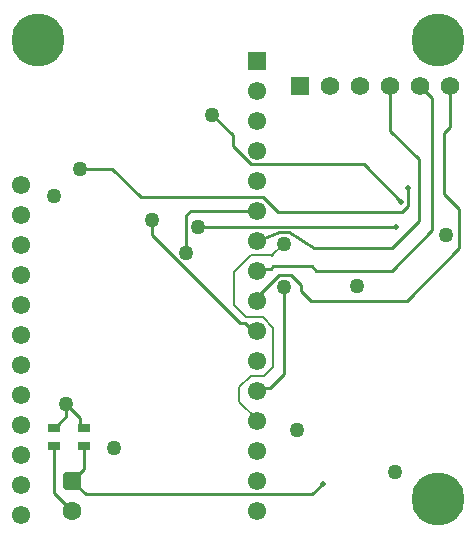
<source format=gtl>
G04*
G04 #@! TF.GenerationSoftware,Altium Limited,Altium Designer,24.2.2 (26)*
G04*
G04 Layer_Physical_Order=1*
G04 Layer_Color=255*
%FSLAX25Y25*%
%MOIN*%
G70*
G04*
G04 #@! TF.SameCoordinates,53DEB4DB-F542-4CE3-904C-AAE6CCE40F42*
G04*
G04*
G04 #@! TF.FilePolarity,Positive*
G04*
G01*
G75*
%ADD11C,0.00787*%
%ADD17R,0.06181X0.06181*%
%ADD18C,0.06181*%
%ADD24C,0.01000*%
%ADD25R,0.03937X0.03150*%
%ADD26C,0.06299*%
G04:AMPARAMS|DCode=27|XSize=62.99mil|YSize=62.99mil|CornerRadius=15.75mil|HoleSize=0mil|Usage=FLASHONLY|Rotation=270.000|XOffset=0mil|YOffset=0mil|HoleType=Round|Shape=RoundedRectangle|*
%AMROUNDEDRECTD27*
21,1,0.06299,0.03150,0,0,270.0*
21,1,0.03150,0.06299,0,0,270.0*
1,1,0.03150,-0.01575,-0.01575*
1,1,0.03150,-0.01575,0.01575*
1,1,0.03150,0.01575,0.01575*
1,1,0.03150,0.01575,-0.01575*
%
%ADD27ROUNDEDRECTD27*%
%ADD28C,0.06102*%
%ADD29R,0.06102X0.06102*%
%ADD30C,0.05000*%
%ADD31C,0.17717*%
%ADD32C,0.01968*%
D11*
X79500Y52000D02*
X85000Y46500D01*
Y46000D02*
Y46500D01*
X79461Y52000D02*
X79500D01*
X79000Y52461D02*
X79461Y52000D01*
X79000Y52461D02*
Y57039D01*
X82961Y61000D01*
X87500D01*
X90500Y64000D01*
X86936Y80500D02*
X90500Y76936D01*
Y64000D02*
Y76936D01*
X81500Y80500D02*
X86936D01*
X77500Y84500D02*
X81500Y80500D01*
X77500Y84500D02*
Y95500D01*
X83060Y101060D01*
X89646D01*
X90060Y101060D02*
X94000Y104949D01*
D17*
X99500Y157500D02*
D03*
D18*
X109500D02*
D03*
X119500D02*
D03*
X129500D02*
D03*
X139500D02*
D03*
X149500D02*
D03*
D24*
X85681Y110500D02*
X84319D01*
X85551Y96551D02*
X89551D01*
X85000Y96000D02*
X85551Y96551D01*
X89551D02*
X90500Y97500D01*
X103250D01*
X104750Y96000D01*
X92343Y94500D02*
X96500D01*
X99750Y91250D01*
X85976Y56976D02*
X89476D01*
X85000Y56000D02*
X85976Y56976D01*
X89476D02*
X94000Y61500D01*
Y90500D01*
X85000Y86000D02*
Y87157D01*
X92343Y94500D01*
X99750Y89250D02*
Y91250D01*
Y89250D02*
X103000Y86000D01*
X135000D01*
X104750Y96000D02*
X130000D01*
X143500Y109500D01*
X81119Y78500D02*
X83619Y76000D01*
X85000D01*
X79343Y78500D02*
X81119D01*
X50000Y107843D02*
X79343Y78500D01*
X85681Y110500D02*
X131500D01*
X65500D02*
X84319D01*
X103914Y103500D02*
X130000D01*
X89646Y101060D02*
X90060Y101060D01*
X85000Y106000D02*
X92343Y108949D01*
X95657D02*
X103914Y103500D01*
X92343Y108949D02*
X95657D01*
X139500Y157500D02*
X143500Y153500D01*
Y109500D02*
Y153500D01*
X149500Y143781D02*
Y157500D01*
X70000Y148000D02*
X76940Y141060D01*
Y137624D02*
Y141060D01*
Y137624D02*
X83115Y131449D01*
X120551D01*
X23500Y26000D02*
X28000Y21500D01*
X74500D01*
X74551Y21449D01*
X103449D01*
X107000Y25000D01*
X61500Y102000D02*
Y114500D01*
X50000Y107843D02*
Y113000D01*
X63000Y116000D02*
X85000D01*
X46287Y120551D02*
X86885D01*
X61500Y114500D02*
X63000Y116000D01*
X86885Y120551D02*
X91936Y115500D01*
X17500Y43453D02*
X17894D01*
X18969Y44528D02*
Y44921D01*
X21500Y47453D01*
Y51500D02*
X26032Y46968D01*
X21500Y47453D02*
Y51500D01*
X17894Y43453D02*
X18969Y44528D01*
X27106Y43453D02*
X27500D01*
X26032Y44528D02*
Y46968D01*
Y44528D02*
X27106Y43453D01*
X133500Y115500D02*
X135500Y117500D01*
X152500Y103500D02*
Y116500D01*
X147500Y121500D02*
X152500Y116500D01*
X135000Y86000D02*
X152500Y103500D01*
X130000D02*
X139000Y112500D01*
X147500Y141781D02*
X149500Y143781D01*
X129500Y142549D02*
X139000Y133049D01*
X147500Y121500D02*
Y141781D01*
X129500Y142549D02*
Y157500D01*
X91936Y115500D02*
X133500D01*
X26000Y130000D02*
X36838D01*
X17500Y22000D02*
Y37547D01*
X139000Y112500D02*
Y133049D01*
X135500Y117500D02*
Y123500D01*
X120551Y131449D02*
X133000Y119000D01*
X17500Y22000D02*
X23500Y16000D01*
X36838Y130000D02*
X46287Y120551D01*
X23500Y26000D02*
X27500Y30000D01*
Y37547D01*
D25*
X17500Y43453D02*
D03*
Y37547D02*
D03*
X27500Y43453D02*
D03*
Y37547D02*
D03*
D26*
X23500Y16000D02*
D03*
D27*
Y26000D02*
D03*
D28*
X85000D02*
D03*
Y36000D02*
D03*
Y46000D02*
D03*
Y56000D02*
D03*
Y66000D02*
D03*
Y76000D02*
D03*
Y86000D02*
D03*
Y96000D02*
D03*
Y106000D02*
D03*
Y116000D02*
D03*
Y126000D02*
D03*
Y146000D02*
D03*
X6500Y124500D02*
D03*
Y114500D02*
D03*
Y104500D02*
D03*
Y94500D02*
D03*
Y84500D02*
D03*
Y74500D02*
D03*
Y64500D02*
D03*
Y54500D02*
D03*
Y44500D02*
D03*
Y34500D02*
D03*
Y24500D02*
D03*
Y14500D02*
D03*
X85000Y16000D02*
D03*
Y136000D02*
D03*
Y156000D02*
D03*
D29*
Y166000D02*
D03*
D30*
X94000Y90500D02*
D03*
X118500Y91000D02*
D03*
X94000Y104949D02*
D03*
X70000Y148000D02*
D03*
X148000Y108000D02*
D03*
X98500Y43000D02*
D03*
X131000Y29000D02*
D03*
X65500Y110500D02*
D03*
X50000Y113000D02*
D03*
X61500Y102000D02*
D03*
X37500Y37000D02*
D03*
X26000Y130000D02*
D03*
X21500Y51500D02*
D03*
X17500Y121000D02*
D03*
D31*
X12000Y173000D02*
D03*
X145500D02*
D03*
Y20000D02*
D03*
D32*
X107000Y25000D02*
D03*
X131500Y110500D02*
D03*
X133000Y119000D02*
D03*
X135500Y123500D02*
D03*
M02*

</source>
